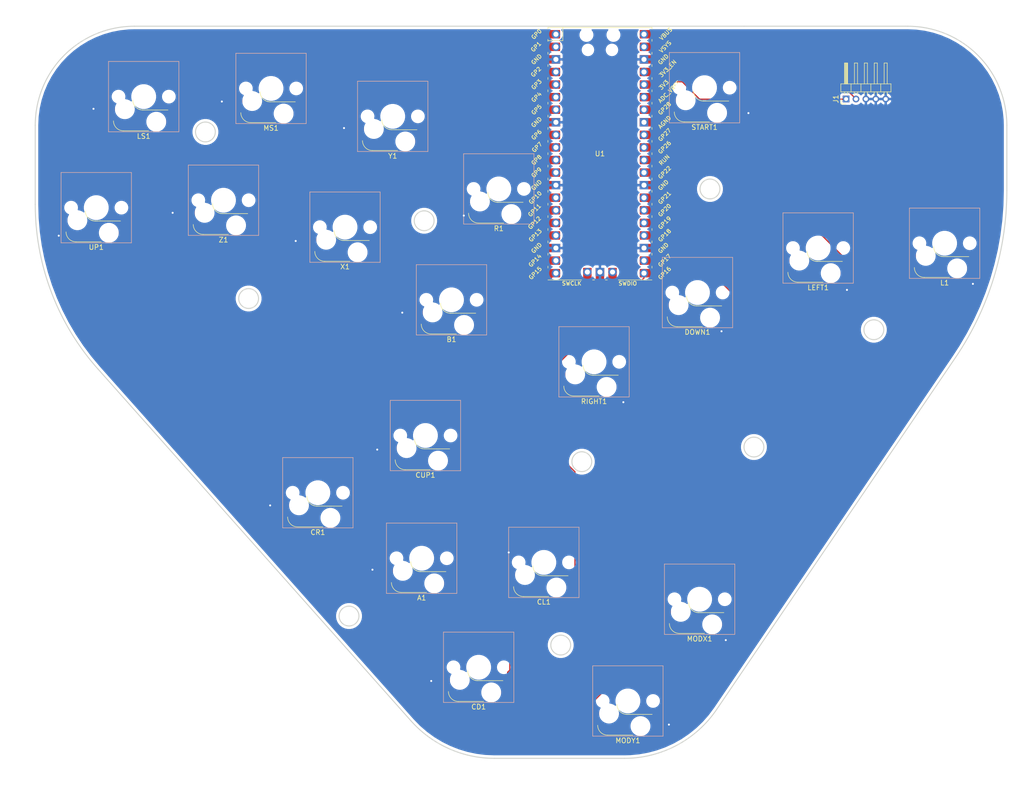
<source format=kicad_pcb>
(kicad_pcb (version 20171130) (host pcbnew "(5.1.12)-1")
  (layers (0 F.Cu signal) (31 B.Cu signal) (34 B.Paste user) (35 F.Paste user) (36 B.SilkS user) (37 F.SilkS user) (38 B.Mask user) (39 F.Mask user) (44 Edge.Cuts user))
  (net 0 "")
  (net 1 A)
  (net 2 GROUND)
  (net 3 B)
  (net 4 CD)
  (net 5 CL)
  (net 6 CR)
  (net 7 CUP)
  (net 8 DOWN)
  (net 9 L)
  (net 10 LEFT)
  (net 11 LS)
  (net 12 MODX)
  (net 13 MODY)
  (net 14 MS)
  (net 15 R)
  (net 16 RIGHT)
  (net 17 START)
  (net 18 "Net-(U1-Pad43)")
  (net 19 "Net-(U1-Pad41)")
  (net 20 "Net-(U1-Pad30)")
  (net 21 "Net-(U1-Pad32)")
  (net 22 "Net-(U1-Pad33)")
  (net 23 "Net-(U1-Pad35)")
  (net 24 "Net-(U1-Pad36)")
  (net 25 "Net-(U1-Pad37)")
  (net 26 "Net-(U1-Pad40)")
  (net 27 UP)
  (net 28 Z)
  (net 29 X)
  (net 30 Y)
  (net 31 "Net-(U1-Pad12)")
  (net 32 "Net-(U1-Pad11)")
  (net 33 "Net-(U1-Pad14)")
  (net 34 "Net-(U1-Pad26)")
  (net 35 GCC3.3)
  (net 36 GCCDATA)
  (module modules:PinHeader_1x05_P2.00mm_Horizontal (layer F.Cu) (at 193.0146 37.8206 90)
    (fp_text reference J1 (at 0 -2.06 90) (layer F.SilkS))
    (fp_text value Conn_01x05)
    (pad 5 thru_hole oval (at 0 8 90) (size 1.35 1.35) (drill 0.8) (layers *.Cu *.Mask) (net 2 GROUND))
    (pad 4 thru_hole oval (at 0 6 90) (size 1.35 1.35) (drill 0.8) (layers *.Cu *.Mask) (net 2 GROUND))
    (pad 3 thru_hole oval (at 0 4 90) (size 1.35 1.35) (drill 0.8) (layers *.Cu *.Mask) (net 2 GROUND))
    (pad 2 thru_hole oval (at 0 2 90) (size 1.35 1.35) (drill 0.8) (layers *.Cu *.Mask) (net 35 GCC3.3))
    (pad 1 thru_hole rect (at 0 0 90) (size 1.35 1.35) (drill 0.8) (layers *.Cu *.Mask) (net 36 GCCDATA))
  )
  (module MCU_RaspberryPi_and_Boards:RPi_Pico_SMD_TH (layer F.Cu) (at 143.3322 48.8696)
    (fp_text reference U1 (at 0 0) (layer F.SilkS))
    (fp_text value Pico)
    (fp_text user SWDIO (at 5.6 26.2) (layer F.SilkS) (effects (font (size 0.8 0.8))))
    (fp_text user SWCLK (at -5.7 26.2) (layer F.SilkS) (effects (font (size 0.8 0.8))))
    (fp_text user AGND (at 13.054 -6.35 45) (layer F.SilkS) (effects (font (size 0.8 0.8))))
    (fp_text user GND (at 12.8 -19.05 45) (layer F.SilkS) (effects (font (size 0.8 0.8))))
    (fp_text user GND (at 12.8 6.35 45) (layer F.SilkS) (effects (font (size 0.8 0.8))))
    (fp_text user GND (at 12.8 19.05 45) (layer F.SilkS) (effects (font (size 0.8 0.8))))
    (fp_text user GND (at -12.8 19.05 45) (layer F.SilkS) (effects (font (size 0.8 0.8))))
    (fp_text user GND (at -12.8 6.35 45) (layer F.SilkS) (effects (font (size 0.8 0.8))))
    (fp_text user GND (at -12.8 -6.35 45) (layer F.SilkS) (effects (font (size 0.8 0.8))))
    (fp_text user GND (at -12.8 -19.05 45) (layer F.SilkS) (effects (font (size 0.8 0.8))))
    (fp_text user VBUS (at 13.3 -24.2 45) (layer F.SilkS) (effects (font (size 0.8 0.8))))
    (fp_text user VSYS (at 13.2 -21.59 45) (layer F.SilkS) (effects (font (size 0.8 0.8))))
    (fp_text user 3V3_EN (at 13.7 -17.2 45) (layer F.SilkS) (effects (font (size 0.8 0.8))))
    (fp_text user 3V3 (at 12.9 -13.9 45) (layer F.SilkS) (effects (font (size 0.8 0.8))))
    (fp_text user ADC_VREF (at 14 -12.5 45) (layer F.SilkS) (effects (font (size 0.8 0.8))))
    (fp_text user GP28 (at 13.054 -9.144 45) (layer F.SilkS) (effects (font (size 0.8 0.8))))
    (fp_text user GP27 (at 13.054 -3.8 45) (layer F.SilkS) (effects (font (size 0.8 0.8))))
    (fp_text user GP26 (at 13.054 -1.27 45) (layer F.SilkS) (effects (font (size 0.8 0.8))))
    (fp_text user RUN (at 13 1.27 45) (layer F.SilkS) (effects (font (size 0.8 0.8))))
    (fp_text user GP22 (at 13.054 3.81 45) (layer F.SilkS) (effects (font (size 0.8 0.8))))
    (fp_text user GP21 (at 13.054 8.9 45) (layer F.SilkS) (effects (font (size 0.8 0.8))))
    (fp_text user GP20 (at 13.054 11.43 45) (layer F.SilkS) (effects (font (size 0.8 0.8))))
    (fp_text user GP19 (at 13.054 13.97 45) (layer F.SilkS) (effects (font (size 0.8 0.8))))
    (fp_text user GP18 (at 13.054 16.51 45) (layer F.SilkS) (effects (font (size 0.8 0.8))))
    (fp_text user GP17 (at 13.054 21.59 45) (layer F.SilkS) (effects (font (size 0.8 0.8))))
    (fp_text user GP16 (at 13.054 24.13 45) (layer F.SilkS) (effects (font (size 0.8 0.8))))
    (fp_text user GP15 (at -13.054 24.13 45) (layer F.SilkS) (effects (font (size 0.8 0.8))))
    (fp_text user GP14 (at -13.1 21.59 45) (layer F.SilkS) (effects (font (size 0.8 0.8))))
    (fp_text user GP13 (at -13.054 16.51 45) (layer F.SilkS) (effects (font (size 0.8 0.8))))
    (fp_text user GP12 (at -13.2 13.97 45) (layer F.SilkS) (effects (font (size 0.8 0.8))))
    (fp_text user GP11 (at -13.2 11.43 45) (layer F.SilkS) (effects (font (size 0.8 0.8))))
    (fp_text user GP10 (at -13.054 8.89 45) (layer F.SilkS) (effects (font (size 0.8 0.8))))
    (fp_text user GP9 (at -12.8 3.81 45) (layer F.SilkS) (effects (font (size 0.8 0.8))))
    (fp_text user GP8 (at -12.8 1.27 45) (layer F.SilkS) (effects (font (size 0.8 0.8))))
    (fp_text user GP7 (at -12.7 -1.3 45) (layer F.SilkS) (effects (font (size 0.8 0.8))))
    (fp_text user GP6 (at -12.8 -3.81 45) (layer F.SilkS) (effects (font (size 0.8 0.8))))
    (fp_text user GP5 (at -12.8 -8.89 45) (layer F.SilkS) (effects (font (size 0.8 0.8))))
    (fp_text user GP4 (at -12.8 -11.43 45) (layer F.SilkS) (effects (font (size 0.8 0.8))))
    (fp_text user GP3 (at -12.8 -13.97 45) (layer F.SilkS) (effects (font (size 0.8 0.8))))
    (fp_text user GP0 (at -12.8 -24.13 45) (layer F.SilkS) (effects (font (size 0.8 0.8))))
    (fp_text user GP2 (at -12.9 -16.51 45) (layer F.SilkS) (effects (font (size 0.8 0.8))))
    (fp_text user GP1 (at -12.9 -21.6 45) (layer F.SilkS) (effects (font (size 0.8 0.8))))
    (pad 43 thru_hole oval (at 2.54 23.9) (size 1.7 1.7) (drill 1.02) (layers *.Cu *.Mask) (net 18 "Net-(U1-Pad43)"))
    (pad 43 smd rect (at 2.54 23.9 90) (size 3.5 1.7) (drill (offset -0.9 0)) (layers F.Cu F.Mask) (net 18 "Net-(U1-Pad43)"))
    (pad 42 thru_hole rect (at 0 23.9) (size 1.7 1.7) (drill 1.02) (layers *.Cu *.Mask) (net 2 GROUND))
    (pad 42 smd rect (at 0 23.9 90) (size 3.5 1.7) (drill (offset -0.9 0)) (layers F.Cu F.Mask) (net 2 GROUND))
    (pad 41 thru_hole oval (at -2.54 23.9) (size 1.7 1.7) (drill 1.02) (layers *.Cu *.Mask) (net 19 "Net-(U1-Pad41)"))
    (pad 41 smd rect (at -2.54 23.9 90) (size 3.5 1.7) (drill (offset -0.9 0)) (layers F.Cu F.Mask) (net 19 "Net-(U1-Pad41)"))
    (pad "" np_thru_hole oval (at 2.425 -20.97) (size 1.5 1.5) (drill 1.5) (layers *.Cu *.Mask))
    (pad "" np_thru_hole oval (at -2.425 -20.97) (size 1.5 1.5) (drill 1.5) (layers *.Cu *.Mask))
    (pad "" np_thru_hole oval (at 2.725 -24) (size 1.8 1.8) (drill 1.8) (layers *.Cu *.Mask))
    (pad "" np_thru_hole oval (at -2.725 -24) (size 1.8 1.8) (drill 1.8) (layers *.Cu *.Mask))
    (pad 21 smd rect (at 8.89 24.13) (size 3.5 1.7) (drill (offset 0.9 0)) (layers F.Cu F.Mask) (net 16 RIGHT))
    (pad 22 smd rect (at 8.89 21.59) (size 3.5 1.7) (drill (offset 0.9 0)) (layers F.Cu F.Mask) (net 8 DOWN))
    (pad 23 smd rect (at 8.89 19.05) (size 3.5 1.7) (drill (offset 0.9 0)) (layers F.Cu F.Mask) (net 2 GROUND))
    (pad 24 smd rect (at 8.89 16.51) (size 3.5 1.7) (drill (offset 0.9 0)) (layers F.Cu F.Mask) (net 13 MODY))
    (pad 25 smd rect (at 8.89 13.97) (size 3.5 1.7) (drill (offset 0.9 0)) (layers F.Cu F.Mask) (net 12 MODX))
    (pad 26 smd rect (at 8.89 11.43) (size 3.5 1.7) (drill (offset 0.9 0)) (layers F.Cu F.Mask) (net 34 "Net-(U1-Pad26)"))
    (pad 27 smd rect (at 8.89 8.89) (size 3.5 1.7) (drill (offset 0.9 0)) (layers F.Cu F.Mask) (net 10 LEFT))
    (pad 28 smd rect (at 8.89 6.35) (size 3.5 1.7) (drill (offset 0.9 0)) (layers F.Cu F.Mask) (net 2 GROUND))
    (pad 29 smd rect (at 8.89 3.81) (size 3.5 1.7) (drill (offset 0.9 0)) (layers F.Cu F.Mask) (net 9 L))
    (pad 30 smd rect (at 8.89 1.27) (size 3.5 1.7) (drill (offset 0.9 0)) (layers F.Cu F.Mask) (net 20 "Net-(U1-Pad30)"))
    (pad 31 smd rect (at 8.89 -1.27) (size 3.5 1.7) (drill (offset 0.9 0)) (layers F.Cu F.Mask) (net 17 START))
    (pad 32 smd rect (at 8.89 -3.81) (size 3.5 1.7) (drill (offset 0.9 0)) (layers F.Cu F.Mask) (net 21 "Net-(U1-Pad32)"))
    (pad 33 smd rect (at 8.89 -6.35) (size 3.5 1.7) (drill (offset 0.9 0)) (layers F.Cu F.Mask) (net 22 "Net-(U1-Pad33)"))
    (pad 34 smd rect (at 8.89 -8.89) (size 3.5 1.7) (drill (offset 0.9 0)) (layers F.Cu F.Mask) (net 36 GCCDATA))
    (pad 35 smd rect (at 8.89 -11.43) (size 3.5 1.7) (drill (offset 0.9 0)) (layers F.Cu F.Mask) (net 23 "Net-(U1-Pad35)"))
    (pad 36 smd rect (at 8.89 -13.97) (size 3.5 1.7) (drill (offset 0.9 0)) (layers F.Cu F.Mask) (net 24 "Net-(U1-Pad36)"))
    (pad 37 smd rect (at 8.89 -16.51) (size 3.5 1.7) (drill (offset 0.9 0)) (layers F.Cu F.Mask) (net 25 "Net-(U1-Pad37)"))
    (pad 38 smd rect (at 8.89 -19.05) (size 3.5 1.7) (drill (offset 0.9 0)) (layers F.Cu F.Mask) (net 2 GROUND))
    (pad 39 smd rect (at 8.89 -21.59) (size 3.5 1.7) (drill (offset 0.9 0)) (layers F.Cu F.Mask) (net 35 GCC3.3))
    (pad 40 smd rect (at 8.89 -24.13) (size 3.5 1.7) (drill (offset 0.9 0)) (layers F.Cu F.Mask) (net 26 "Net-(U1-Pad40)"))
    (pad 20 smd rect (at -8.89 24.13) (size 3.5 1.7) (drill (offset -0.9 0)) (layers F.Cu F.Mask) (net 5 CL))
    (pad 19 smd rect (at -8.89 21.59) (size 3.5 1.7) (drill (offset -0.9 0)) (layers F.Cu F.Mask) (net 4 CD))
    (pad 18 smd rect (at -8.89 19.05) (size 3.5 1.7) (drill (offset -0.9 0)) (layers F.Cu F.Mask) (net 2 GROUND))
    (pad 17 smd rect (at -8.89 16.51) (size 3.5 1.7) (drill (offset -0.9 0)) (layers F.Cu F.Mask) (net 1 A))
    (pad 16 smd rect (at -8.89 13.97) (size 3.5 1.7) (drill (offset -0.9 0)) (layers F.Cu F.Mask) (net 7 CUP))
    (pad 15 smd rect (at -8.89 11.43) (size 3.5 1.7) (drill (offset -0.9 0)) (layers F.Cu F.Mask) (net 15 R))
    (pad 14 smd rect (at -8.89 8.89) (size 3.5 1.7) (drill (offset -0.9 0)) (layers F.Cu F.Mask) (net 33 "Net-(U1-Pad14)"))
    (pad 13 smd rect (at -8.89 6.35) (size 3.5 1.7) (drill (offset -0.9 0)) (layers F.Cu F.Mask) (net 2 GROUND))
    (pad 12 smd rect (at -8.89 3.81) (size 3.5 1.7) (drill (offset -0.9 0)) (layers F.Cu F.Mask) (net 31 "Net-(U1-Pad12)"))
    (pad 11 smd rect (at -8.89 1.27) (size 3.5 1.7) (drill (offset -0.9 0)) (layers F.Cu F.Mask) (net 32 "Net-(U1-Pad11)"))
    (pad 10 smd rect (at -8.89 -1.27) (size 3.5 1.7) (drill (offset -0.9 0)) (layers F.Cu F.Mask) (net 3 B))
    (pad 9 smd rect (at -8.89 -3.81) (size 3.5 1.7) (drill (offset -0.9 0)) (layers F.Cu F.Mask) (net 6 CR))
    (pad 8 smd rect (at -8.89 -6.35) (size 3.5 1.7) (drill (offset -0.9 0)) (layers F.Cu F.Mask) (net 2 GROUND))
    (pad 7 smd rect (at -8.89 -8.89) (size 3.5 1.7) (drill (offset -0.9 0)) (layers F.Cu F.Mask) (net 29 X))
    (pad 6 smd rect (at -8.89 -11.43) (size 3.5 1.7) (drill (offset -0.9 0)) (layers F.Cu F.Mask) (net 28 Z))
    (pad 5 smd rect (at -8.89 -13.97) (size 3.5 1.7) (drill (offset -0.9 0)) (layers F.Cu F.Mask) (net 27 UP))
    (pad 4 smd rect (at -8.89 -16.51) (size 3.5 1.7) (drill (offset -0.9 0)) (layers F.Cu F.Mask) (net 30 Y))
    (pad 3 smd rect (at -8.89 -19.05) (size 3.5 1.7) (drill (offset -0.9 0)) (layers F.Cu F.Mask) (net 2 GROUND))
    (pad 2 smd rect (at -8.89 -21.59) (size 3.5 1.7) (drill (offset -0.9 0)) (layers F.Cu F.Mask) (net 14 MS))
    (pad 1 smd rect (at -8.89 -24.13) (size 3.5 1.7) (drill (offset -0.9 0)) (layers F.Cu F.Mask) (net 11 LS))
    (pad 40 thru_hole oval (at 8.89 -24.13) (size 1.7 1.7) (drill 1.02) (layers *.Cu *.Mask) (net 26 "Net-(U1-Pad40)"))
    (pad 39 thru_hole oval (at 8.89 -21.59) (size 1.7 1.7) (drill 1.02) (layers *.Cu *.Mask) (net 35 GCC3.3))
    (pad 38 thru_hole rect (at 8.89 -19.05) (size 1.7 1.7) (drill 1.02) (layers *.Cu *.Mask) (net 2 GROUND))
    (pad 37 thru_hole oval (at 8.89 -16.51) (size 1.7 1.7) (drill 1.02) (layers *.Cu *.Mask) (net 25 "Net-(U1-Pad37)"))
    (pad 36 thru_hole oval (at 8.89 -13.97) (size 1.7 1.7) (drill 1.02) (layers *.Cu *.Mask) (net 24 "Net-(U1-Pad36)"))
    (pad 35 thru_hole oval (at 8.89 -11.43) (size 1.7 1.7) (drill 1.02) (layers *.Cu *.Mask) (net 23 "Net-(U1-Pad35)"))
    (pad 34 thru_hole oval (at 8.89 -8.89) (size 1.7 1.7) (drill 1.02) (layers *.Cu *.Mask) (net 36 GCCDATA))
    (pad 33 thru_hole rect (at 8.89 -6.35) (size 1.7 1.7) (drill 1.02) (layers *.Cu *.Mask) (net 22 "Net-(U1-Pad33)"))
    (pad 32 thru_hole oval (at 8.89 -3.81) (size 1.7 1.7) (drill 1.02) (layers *.Cu *.Mask) (net 21 "Net-(U1-Pad32)"))
    (pad 31 thru_hole oval (at 8.89 -1.27) (size 1.7 1.7) (drill 1.02) (layers *.Cu *.Mask) (net 17 START))
    (pad 30 thru_hole oval (at 8.89 1.27) (size 1.7 1.7) (drill 1.02) (layers *.Cu *.Mask) (net 20 "Net-(U1-Pad30)"))
    (pad 29 thru_hole oval (at 8.89 3.81) (size 1.7 1.7) (drill 1.02) (layers *.Cu *.Mask) (net 9 L))
    (pad 28 thru_hole rect (at 8.89 6.35) (size 1.7 1.7) (drill 1.02) (layers *.Cu *.Mask) (net 2 GROUND))
    (pad 27 thru_hole oval (at 8.89 8.89) (size 1.7 1.7) (drill 1.02) (layers *.Cu *.Mask) (net 10 LEFT))
    (pad 26 thru_hole oval (at 8.89 11.43) (size 1.7 1.7) (drill 1.02) (layers *.Cu *.Mask) (net 34 "Net-(U1-Pad26)"))
    (pad 25 thru_hole oval (at 8.89 13.97) (size 1.7 1.7) (drill 1.02) (layers *.Cu *.Mask) (net 12 MODX))
    (pad 24 thru_hole oval (at 8.89 16.51) (size 1.7 1.7) (drill 1.02) (layers *.Cu *.Mask) (net 13 MODY))
    (pad 23 thru_hole rect (at 8.89 19.05) (size 1.7 1.7) (drill 1.02) (layers *.Cu *.Mask) (net 2 GROUND))
    (pad 22 thru_hole oval (at 8.89 21.59) (size 1.7 1.7) (drill 1.02) (layers *.Cu *.Mask) (net 8 DOWN))
    (pad 21 thru_hole oval (at 8.89 24.13) (size 1.7 1.7) (drill 1.02) (layers *.Cu *.Mask) (net 16 RIGHT))
    (pad 20 thru_hole oval (at -8.89 24.13) (size 1.7 1.7) (drill 1.02) (layers *.Cu *.Mask) (net 5 CL))
    (pad 19 thru_hole oval (at -8.89 21.59) (size 1.7 1.7) (drill 1.02) (layers *.Cu *.Mask) (net 4 CD))
    (pad 18 thru_hole rect (at -8.89 19.05) (size 1.7 1.7) (drill 1.02) (layers *.Cu *.Mask) (net 2 GROUND))
    (pad 17 thru_hole oval (at -8.89 16.51) (size 1.7 1.7) (drill 1.02) (layers *.Cu *.Mask) (net 1 A))
    (pad 16 thru_hole oval (at -8.89 13.97) (size 1.7 1.7) (drill 1.02) (layers *.Cu *.Mask) (net 7 CUP))
    (pad 15 thru_hole oval (at -8.89 11.43) (size 1.7 1.7) (drill 1.02) (layers *.Cu *.Mask) (net 15 R))
    (pad 14 thru_hole oval (at -8.89 8.89) (size 1.7 1.7) (drill 1.02) (layers *.Cu *.Mask) (net 33 "Net-(U1-Pad14)"))
    (pad 13 thru_hole rect (at -8.89 6.35) (size 1.7 1.7) (drill 1.02) (layers *.Cu *.Mask) (net 2 GROUND))
    (pad 12 thru_hole oval (at -8.89 3.81) (size 1.7 1.7) (drill 1.02) (layers *.Cu *.Mask) (net 31 "Net-(U1-Pad12)"))
    (pad 11 thru_hole oval (at -8.89 1.27) (size 1.7 1.7) (drill 1.02) (layers *.Cu *.Mask) (net 32 "Net-(U1-Pad11)"))
    (pad 10 thru_hole oval (at -8.89 -1.27) (size 1.7 1.7) (drill 1.02) (layers *.Cu *.Mask) (net 3 B))
    (pad 9 thru_hole oval (at -8.89 -3.81) (size 1.7 1.7) (drill 1.02) (layers *.Cu *.Mask) (net 6 CR))
    (pad 8 thru_hole rect (at -8.89 -6.35) (size 1.7 1.7) (drill 1.02) (layers *.Cu *.Mask) (net 2 GROUND))
    (pad 7 thru_hole oval (at -8.89 -8.89) (size 1.7 1.7) (drill 1.02) (layers *.Cu *.Mask) (net 29 X))
    (pad 6 thru_hole oval (at -8.89 -11.43) (size 1.7 1.7) (drill 1.02) (layers *.Cu *.Mask) (net 28 Z))
    (pad 5 thru_hole oval (at -8.89 -13.97) (size 1.7 1.7) (drill 1.02) (layers *.Cu *.Mask) (net 27 UP))
    (pad 4 thru_hole oval (at -8.89 -16.51) (size 1.7 1.7) (drill 1.02) (layers *.Cu *.Mask) (net 30 Y))
    (pad 3 thru_hole rect (at -8.89 -19.05) (size 1.7 1.7) (drill 1.02) (layers *.Cu *.Mask) (net 2 GROUND))
    (pad 2 thru_hole oval (at -8.89 -21.59) (size 1.7 1.7) (drill 1.02) (layers *.Cu *.Mask) (net 14 MS))
    (pad 1 thru_hole oval (at -8.89 -24.13) (size 1.7 1.7) (drill 1.02) (layers *.Cu *.Mask) (net 11 LS))
  )
  (module hotswap:SW_Hotswap_Kailh (layer B.Cu) (at 101.4984 41.3258)
    (fp_text reference Y1 (at 0 8) (layer F.SilkS))
    (fp_text value SW_SPST)
    (pad 2 smd rect (at 5.842 5.08) (size 2.55 2.5) (layers F.Cu F.Paste F.Mask) (net 30 Y))
    (pad 1 smd rect (at -7.085 2.54) (size 2.55 2.5) (layers F.Cu F.Paste F.Mask) (net 2 GROUND))
    (pad "" np_thru_hole circle (at 5.08 0) (size 1.75 1.75) (drill 1.75) (layers *.Cu *.Mask))
    (pad "" np_thru_hole circle (at -5.08 0) (size 1.75 1.75) (drill 1.75) (layers *.Cu *.Mask))
    (pad "" np_thru_hole circle (at 0 0) (size 4 4) (drill 4) (layers *.Cu *.Mask))
    (pad "" np_thru_hole circle (at 2.54 5.08) (size 3 3) (drill 3) (layers *.Cu *.Mask))
    (pad "" np_thru_hole circle (at -3.81 2.54) (size 3 3) (drill 3) (layers *.Cu *.Mask))
  )
  (module hotswap:SW_Hotswap_Kailh (layer B.Cu) (at 108.1024 105.791)
    (fp_text reference CUP1 (at 0 8) (layer F.SilkS))
    (fp_text value SW_SPST)
    (pad 2 smd rect (at 5.842 5.08) (size 2.55 2.5) (layers F.Cu F.Paste F.Mask) (net 7 CUP))
    (pad 1 smd rect (at -7.085 2.54) (size 2.55 2.5) (layers F.Cu F.Paste F.Mask) (net 2 GROUND))
    (pad "" np_thru_hole circle (at 5.08 0) (size 1.75 1.75) (drill 1.75) (layers *.Cu *.Mask))
    (pad "" np_thru_hole circle (at -5.08 0) (size 1.75 1.75) (drill 1.75) (layers *.Cu *.Mask))
    (pad "" np_thru_hole circle (at 0 0) (size 4 4) (drill 4) (layers *.Cu *.Mask))
    (pad "" np_thru_hole circle (at 2.54 5.08) (size 3 3) (drill 3) (layers *.Cu *.Mask))
    (pad "" np_thru_hole circle (at -3.81 2.54) (size 3 3) (drill 3) (layers *.Cu *.Mask))
  )
  (module hotswap:SW_Hotswap_Kailh (layer B.Cu) (at 86.3854 117.348)
    (fp_text reference CR1 (at 0 8) (layer F.SilkS))
    (fp_text value SW_SPST)
    (pad 2 smd rect (at 5.842 5.08) (size 2.55 2.5) (layers F.Cu F.Paste F.Mask) (net 6 CR))
    (pad 1 smd rect (at -7.085 2.54) (size 2.55 2.5) (layers F.Cu F.Paste F.Mask) (net 2 GROUND))
    (pad "" np_thru_hole circle (at 5.08 0) (size 1.75 1.75) (drill 1.75) (layers *.Cu *.Mask))
    (pad "" np_thru_hole circle (at -5.08 0) (size 1.75 1.75) (drill 1.75) (layers *.Cu *.Mask))
    (pad "" np_thru_hole circle (at 0 0) (size 4 4) (drill 4) (layers *.Cu *.Mask))
    (pad "" np_thru_hole circle (at 2.54 5.08) (size 3 3) (drill 3) (layers *.Cu *.Mask))
    (pad "" np_thru_hole circle (at -3.81 2.54) (size 3 3) (drill 3) (layers *.Cu *.Mask))
  )
  (module hotswap:SW_Hotswap_Kailh (layer B.Cu) (at 132.0038 131.4196)
    (fp_text reference CL1 (at 0 8) (layer F.SilkS))
    (fp_text value SW_SPST)
    (pad 2 smd rect (at 5.842 5.08) (size 2.55 2.5) (layers F.Cu F.Paste F.Mask) (net 5 CL))
    (pad 1 smd rect (at -7.085 2.54) (size 2.55 2.5) (layers F.Cu F.Paste F.Mask) (net 2 GROUND))
    (pad "" np_thru_hole circle (at 5.08 0) (size 1.75 1.75) (drill 1.75) (layers *.Cu *.Mask))
    (pad "" np_thru_hole circle (at -5.08 0) (size 1.75 1.75) (drill 1.75) (layers *.Cu *.Mask))
    (pad "" np_thru_hole circle (at 0 0) (size 4 4) (drill 4) (layers *.Cu *.Mask))
    (pad "" np_thru_hole circle (at 2.54 5.08) (size 3 3) (drill 3) (layers *.Cu *.Mask))
    (pad "" np_thru_hole circle (at -3.81 2.54) (size 3 3) (drill 3) (layers *.Cu *.Mask))
  )
  (module hotswap:SW_Hotswap_Kailh (layer B.Cu) (at 118.8466 152.6032)
    (fp_text reference CD1 (at 0 8) (layer F.SilkS))
    (fp_text value SW_SPST)
    (pad 2 smd rect (at 5.842 5.08) (size 2.55 2.5) (layers F.Cu F.Paste F.Mask) (net 4 CD))
    (pad 1 smd rect (at -7.085 2.54) (size 2.55 2.5) (layers F.Cu F.Paste F.Mask) (net 2 GROUND))
    (pad "" np_thru_hole circle (at 5.08 0) (size 1.75 1.75) (drill 1.75) (layers *.Cu *.Mask))
    (pad "" np_thru_hole circle (at -5.08 0) (size 1.75 1.75) (drill 1.75) (layers *.Cu *.Mask))
    (pad "" np_thru_hole circle (at 0 0) (size 4 4) (drill 4) (layers *.Cu *.Mask))
    (pad "" np_thru_hole circle (at 2.54 5.08) (size 3 3) (drill 3) (layers *.Cu *.Mask))
    (pad "" np_thru_hole circle (at -3.81 2.54) (size 3 3) (drill 3) (layers *.Cu *.Mask))
  )
  (module hotswap:SW_Hotswap_Kailh (layer B.Cu) (at 113.3602 78.3844)
    (fp_text reference B1 (at 0 8) (layer F.SilkS))
    (fp_text value SW_SPST)
    (pad 2 smd rect (at 5.842 5.08) (size 2.55 2.5) (layers F.Cu F.Paste F.Mask) (net 3 B))
    (pad 1 smd rect (at -7.085 2.54) (size 2.55 2.5) (layers F.Cu F.Paste F.Mask) (net 2 GROUND))
    (pad "" np_thru_hole circle (at 5.08 0) (size 1.75 1.75) (drill 1.75) (layers *.Cu *.Mask))
    (pad "" np_thru_hole circle (at -5.08 0) (size 1.75 1.75) (drill 1.75) (layers *.Cu *.Mask))
    (pad "" np_thru_hole circle (at 0 0) (size 4 4) (drill 4) (layers *.Cu *.Mask))
    (pad "" np_thru_hole circle (at 2.54 5.08) (size 3 3) (drill 3) (layers *.Cu *.Mask))
    (pad "" np_thru_hole circle (at -3.81 2.54) (size 3 3) (drill 3) (layers *.Cu *.Mask))
  )
  (module hotswap:SW_Hotswap_Kailh (layer B.Cu) (at 107.3404 130.5814)
    (fp_text reference A1 (at 0 8) (layer F.SilkS))
    (fp_text value SW_SPST)
    (pad 2 smd rect (at 5.842 5.08) (size 2.55 2.5) (layers F.Cu F.Paste F.Mask) (net 1 A))
    (pad 1 smd rect (at -7.085 2.54) (size 2.55 2.5) (layers F.Cu F.Paste F.Mask) (net 2 GROUND))
    (pad "" np_thru_hole circle (at 5.08 0) (size 1.75 1.75) (drill 1.75) (layers *.Cu *.Mask))
    (pad "" np_thru_hole circle (at -5.08 0) (size 1.75 1.75) (drill 1.75) (layers *.Cu *.Mask))
    (pad "" np_thru_hole circle (at 0 0) (size 4 4) (drill 4) (layers *.Cu *.Mask))
    (pad "" np_thru_hole circle (at 2.54 5.08) (size 3 3) (drill 3) (layers *.Cu *.Mask))
    (pad "" np_thru_hole circle (at -3.81 2.54) (size 3 3) (drill 3) (layers *.Cu *.Mask))
  )
  (module hotswap:SW_Hotswap_Kailh (layer B.Cu) (at 67.3354 58.2676)
    (fp_text reference Z1 (at 0 8) (layer F.SilkS))
    (fp_text value SW_SPST)
    (pad 2 smd rect (at 5.842 5.08) (size 2.55 2.5) (layers F.Cu F.Paste F.Mask) (net 28 Z))
    (pad 1 smd rect (at -7.085 2.54) (size 2.55 2.5) (layers F.Cu F.Paste F.Mask) (net 2 GROUND))
    (pad "" np_thru_hole circle (at 5.08 0) (size 1.75 1.75) (drill 1.75) (layers *.Cu *.Mask))
    (pad "" np_thru_hole circle (at -5.08 0) (size 1.75 1.75) (drill 1.75) (layers *.Cu *.Mask))
    (pad "" np_thru_hole circle (at 0 0) (size 4 4) (drill 4) (layers *.Cu *.Mask))
    (pad "" np_thru_hole circle (at 2.54 5.08) (size 3 3) (drill 3) (layers *.Cu *.Mask))
    (pad "" np_thru_hole circle (at -3.81 2.54) (size 3 3) (drill 3) (layers *.Cu *.Mask))
  )
  (module hotswap:SW_Hotswap_Kailh (layer B.Cu) (at 91.8718 63.7032)
    (fp_text reference X1 (at 0 8) (layer F.SilkS))
    (fp_text value SW_SPST)
    (pad 2 smd rect (at 5.842 5.08) (size 2.55 2.5) (layers F.Cu F.Paste F.Mask) (net 29 X))
    (pad 1 smd rect (at -7.085 2.54) (size 2.55 2.5) (layers F.Cu F.Paste F.Mask) (net 2 GROUND))
    (pad "" np_thru_hole circle (at 5.08 0) (size 1.75 1.75) (drill 1.75) (layers *.Cu *.Mask))
    (pad "" np_thru_hole circle (at -5.08 0) (size 1.75 1.75) (drill 1.75) (layers *.Cu *.Mask))
    (pad "" np_thru_hole circle (at 0 0) (size 4 4) (drill 4) (layers *.Cu *.Mask))
    (pad "" np_thru_hole circle (at 2.54 5.08) (size 3 3) (drill 3) (layers *.Cu *.Mask))
    (pad "" np_thru_hole circle (at -3.81 2.54) (size 3 3) (drill 3) (layers *.Cu *.Mask))
  )
  (module hotswap:SW_Hotswap_Kailh (layer B.Cu) (at 41.656 59.7662)
    (fp_text reference UP1 (at 0 8) (layer F.SilkS))
    (fp_text value SW_SPST)
    (pad 2 smd rect (at 5.842 5.08) (size 2.55 2.5) (layers F.Cu F.Paste F.Mask) (net 27 UP))
    (pad 1 smd rect (at -7.085 2.54) (size 2.55 2.5) (layers F.Cu F.Paste F.Mask) (net 2 GROUND))
    (pad "" np_thru_hole circle (at 5.08 0) (size 1.75 1.75) (drill 1.75) (layers *.Cu *.Mask))
    (pad "" np_thru_hole circle (at -5.08 0) (size 1.75 1.75) (drill 1.75) (layers *.Cu *.Mask))
    (pad "" np_thru_hole circle (at 0 0) (size 4 4) (drill 4) (layers *.Cu *.Mask))
    (pad "" np_thru_hole circle (at 2.54 5.08) (size 3 3) (drill 3) (layers *.Cu *.Mask))
    (pad "" np_thru_hole circle (at -3.81 2.54) (size 3 3) (drill 3) (layers *.Cu *.Mask))
  )
  (module hotswap:SW_Hotswap_Kailh (layer B.Cu) (at 76.9366 35.687)
    (fp_text reference MS1 (at 0 8) (layer F.SilkS))
    (fp_text value SW_SPST)
    (pad 2 smd rect (at 5.842 5.08) (size 2.55 2.5) (layers F.Cu F.Paste F.Mask) (net 14 MS))
    (pad 1 smd rect (at -7.085 2.54) (size 2.55 2.5) (layers F.Cu F.Paste F.Mask) (net 2 GROUND))
    (pad "" np_thru_hole circle (at 5.08 0) (size 1.75 1.75) (drill 1.75) (layers *.Cu *.Mask))
    (pad "" np_thru_hole circle (at -5.08 0) (size 1.75 1.75) (drill 1.75) (layers *.Cu *.Mask))
    (pad "" np_thru_hole circle (at 0 0) (size 4 4) (drill 4) (layers *.Cu *.Mask))
    (pad "" np_thru_hole circle (at 2.54 5.08) (size 3 3) (drill 3) (layers *.Cu *.Mask))
    (pad "" np_thru_hole circle (at -3.81 2.54) (size 3 3) (drill 3) (layers *.Cu *.Mask))
  )
  (module hotswap:SW_Hotswap_Kailh (layer B.Cu) (at 122.9106 55.9816)
    (fp_text reference R1 (at 0 8) (layer F.SilkS))
    (fp_text value SW_SPST)
    (pad 2 smd rect (at 5.842 5.08) (size 2.55 2.5) (layers F.Cu F.Paste F.Mask) (net 15 R))
    (pad 1 smd rect (at -7.085 2.54) (size 2.55 2.5) (layers F.Cu F.Paste F.Mask) (net 2 GROUND))
    (pad "" np_thru_hole circle (at 5.08 0) (size 1.75 1.75) (drill 1.75) (layers *.Cu *.Mask))
    (pad "" np_thru_hole circle (at -5.08 0) (size 1.75 1.75) (drill 1.75) (layers *.Cu *.Mask))
    (pad "" np_thru_hole circle (at 0 0) (size 4 4) (drill 4) (layers *.Cu *.Mask))
    (pad "" np_thru_hole circle (at 2.54 5.08) (size 3 3) (drill 3) (layers *.Cu *.Mask))
    (pad "" np_thru_hole circle (at -3.81 2.54) (size 3 3) (drill 3) (layers *.Cu *.Mask))
  )
  (module hotswap:SW_Hotswap_Kailh (layer B.Cu) (at 51.2318 37.338)
    (fp_text reference LS1 (at 0 8) (layer F.SilkS))
    (fp_text value SW_SPST)
    (pad 2 smd rect (at 5.842 5.08) (size 2.55 2.5) (layers F.Cu F.Paste F.Mask) (net 11 LS))
    (pad 1 smd rect (at -7.085 2.54) (size 2.55 2.5) (layers F.Cu F.Paste F.Mask) (net 2 GROUND))
    (pad "" np_thru_hole circle (at 5.08 0) (size 1.75 1.75) (drill 1.75) (layers *.Cu *.Mask))
    (pad "" np_thru_hole circle (at -5.08 0) (size 1.75 1.75) (drill 1.75) (layers *.Cu *.Mask))
    (pad "" np_thru_hole circle (at 0 0) (size 4 4) (drill 4) (layers *.Cu *.Mask))
    (pad "" np_thru_hole circle (at 2.54 5.08) (size 3 3) (drill 3) (layers *.Cu *.Mask))
    (pad "" np_thru_hole circle (at -3.81 2.54) (size 3 3) (drill 3) (layers *.Cu *.Mask))
  )
  (module hotswap:SW_Hotswap_Kailh (layer B.Cu) (at 164.4396 35.5346)
    (fp_text reference START1 (at 0 8) (layer F.SilkS))
    (fp_text value SW_SPST)
    (pad 2 smd rect (at 5.842 5.08) (size 2.55 2.5) (layers F.Cu F.Paste F.Mask) (net 2 GROUND))
    (pad 1 smd rect (at -7.085 2.54) (size 2.55 2.5) (layers F.Cu F.Paste F.Mask) (net 17 START))
    (pad "" np_thru_hole circle (at 5.08 0) (size 1.75 1.75) (drill 1.75) (layers *.Cu *.Mask))
    (pad "" np_thru_hole circle (at -5.08 0) (size 1.75 1.75) (drill 1.75) (layers *.Cu *.Mask))
    (pad "" np_thru_hole circle (at 0 0) (size 4 4) (drill 4) (layers *.Cu *.Mask))
    (pad "" np_thru_hole circle (at 2.54 5.08) (size 3 3) (drill 3) (layers *.Cu *.Mask))
    (pad "" np_thru_hole circle (at -3.81 2.54) (size 3 3) (drill 3) (layers *.Cu *.Mask))
  )
  (module hotswap:SW_Hotswap_Kailh (layer B.Cu) (at 142.1384 90.9066)
    (fp_text reference RIGHT1 (at 0 8) (layer F.SilkS))
    (fp_text value SW_SPST)
    (pad 2 smd rect (at 5.842 5.08) (size 2.55 2.5) (layers F.Cu F.Paste F.Mask) (net 2 GROUND))
    (pad 1 smd rect (at -7.085 2.54) (size 2.55 2.5) (layers F.Cu F.Paste F.Mask) (net 16 RIGHT))
    (pad "" np_thru_hole circle (at 5.08 0) (size 1.75 1.75) (drill 1.75) (layers *.Cu *.Mask))
    (pad "" np_thru_hole circle (at -5.08 0) (size 1.75 1.75) (drill 1.75) (layers *.Cu *.Mask))
    (pad "" np_thru_hole circle (at 0 0) (size 4 4) (drill 4) (layers *.Cu *.Mask))
    (pad "" np_thru_hole circle (at 2.54 5.08) (size 3 3) (drill 3) (layers *.Cu *.Mask))
    (pad "" np_thru_hole circle (at -3.81 2.54) (size 3 3) (drill 3) (layers *.Cu *.Mask))
  )
  (module hotswap:SW_Hotswap_Kailh (layer B.Cu) (at 148.971 159.4104)
    (fp_text reference MODY1 (at 0 8) (layer F.SilkS))
    (fp_text value SW_SPST)
    (pad 2 smd rect (at 5.842 5.08) (size 2.55 2.5) (layers F.Cu F.Paste F.Mask) (net 2 GROUND))
    (pad 1 smd rect (at -7.085 2.54) (size 2.55 2.5) (layers F.Cu F.Paste F.Mask) (net 13 MODY))
    (pad "" np_thru_hole circle (at 5.08 0) (size 1.75 1.75) (drill 1.75) (layers *.Cu *.Mask))
    (pad "" np_thru_hole circle (at -5.08 0) (size 1.75 1.75) (drill 1.75) (layers *.Cu *.Mask))
    (pad "" np_thru_hole circle (at 0 0) (size 4 4) (drill 4) (layers *.Cu *.Mask))
    (pad "" np_thru_hole circle (at 2.54 5.08) (size 3 3) (drill 3) (layers *.Cu *.Mask))
    (pad "" np_thru_hole circle (at -3.81 2.54) (size 3 3) (drill 3) (layers *.Cu *.Mask))
  )
  (module hotswap:SW_Hotswap_Kailh (layer B.Cu) (at 163.449 138.8618)
    (fp_text reference MODX1 (at 0 8) (layer F.SilkS))
    (fp_text value SW_SPST)
    (pad 2 smd rect (at 5.842 5.08) (size 2.55 2.5) (layers F.Cu F.Paste F.Mask) (net 2 GROUND))
    (pad 1 smd rect (at -7.085 2.54) (size 2.55 2.5) (layers F.Cu F.Paste F.Mask) (net 12 MODX))
    (pad "" np_thru_hole circle (at 5.08 0) (size 1.75 1.75) (drill 1.75) (layers *.Cu *.Mask))
    (pad "" np_thru_hole circle (at -5.08 0) (size 1.75 1.75) (drill 1.75) (layers *.Cu *.Mask))
    (pad "" np_thru_hole circle (at 0 0) (size 4 4) (drill 4) (layers *.Cu *.Mask))
    (pad "" np_thru_hole circle (at 2.54 5.08) (size 3 3) (drill 3) (layers *.Cu *.Mask))
    (pad "" np_thru_hole circle (at -3.81 2.54) (size 3 3) (drill 3) (layers *.Cu *.Mask))
  )
  (module hotswap:SW_Hotswap_Kailh (layer B.Cu) (at 187.3758 67.9196)
    (fp_text reference LEFT1 (at 0 8) (layer F.SilkS))
    (fp_text value SW_SPST)
    (pad 2 smd rect (at 5.842 5.08) (size 2.55 2.5) (layers F.Cu F.Paste F.Mask) (net 2 GROUND))
    (pad 1 smd rect (at -7.085 2.54) (size 2.55 2.5) (layers F.Cu F.Paste F.Mask) (net 10 LEFT))
    (pad "" np_thru_hole circle (at 5.08 0) (size 1.75 1.75) (drill 1.75) (layers *.Cu *.Mask))
    (pad "" np_thru_hole circle (at -5.08 0) (size 1.75 1.75) (drill 1.75) (layers *.Cu *.Mask))
    (pad "" np_thru_hole circle (at 0 0) (size 4 4) (drill 4) (layers *.Cu *.Mask))
    (pad "" np_thru_hole circle (at 2.54 5.08) (size 3 3) (drill 3) (layers *.Cu *.Mask))
    (pad "" np_thru_hole circle (at -3.81 2.54) (size 3 3) (drill 3) (layers *.Cu *.Mask))
  )
  (module hotswap:SW_Hotswap_Kailh (layer B.Cu) (at 212.9028 66.9544)
    (fp_text reference L1 (at 0 8) (layer F.SilkS))
    (fp_text value SW_SPST)
    (pad 2 smd rect (at 5.842 5.08) (size 2.55 2.5) (layers F.Cu F.Paste F.Mask) (net 2 GROUND))
    (pad 1 smd rect (at -7.085 2.54) (size 2.55 2.5) (layers F.Cu F.Paste F.Mask) (net 9 L))
    (pad "" np_thru_hole circle (at 5.08 0) (size 1.75 1.75) (drill 1.75) (layers *.Cu *.Mask))
    (pad "" np_thru_hole circle (at -5.08 0) (size 1.75 1.75) (drill 1.75) (layers *.Cu *.Mask))
    (pad "" np_thru_hole circle (at 0 0) (size 4 4) (drill 4) (layers *.Cu *.Mask))
    (pad "" np_thru_hole circle (at 2.54 5.08) (size 3 3) (drill 3) (layers *.Cu *.Mask))
    (pad "" np_thru_hole circle (at -3.81 2.54) (size 3 3) (drill 3) (layers *.Cu *.Mask))
  )
  (module hotswap:SW_Hotswap_Kailh (layer B.Cu) (at 163.0172 76.9112)
    (fp_text reference DOWN1 (at 0 8) (layer F.SilkS))
    (fp_text value SW_SPST)
    (pad 2 smd rect (at 5.842 5.08) (size 2.55 2.5) (layers F.Cu F.Paste F.Mask) (net 2 GROUND))
    (pad 1 smd rect (at -7.085 2.54) (size 2.55 2.5) (layers F.Cu F.Paste F.Mask) (net 8 DOWN))
    (pad "" np_thru_hole circle (at 5.08 0) (size 1.75 1.75) (drill 1.75) (layers *.Cu *.Mask))
    (pad "" np_thru_hole circle (at -5.08 0) (size 1.75 1.75) (drill 1.75) (layers *.Cu *.Mask))
    (pad "" np_thru_hole circle (at 0 0) (size 4 4) (drill 4) (layers *.Cu *.Mask))
    (pad "" np_thru_hole circle (at 2.54 5.08) (size 3 3) (drill 3) (layers *.Cu *.Mask))
    (pad "" np_thru_hole circle (at -3.81 2.54) (size 3 3) (drill 3) (layers *.Cu *.Mask))
  )
  (gr_circle (center 92.679427 142.257127) (end 94.679427 142.257127) (layer Edge.Cuts) (width 0.2))
  (gr_line (start 49.339075 23.11876) (end 172.410817 23.11876) (layer Edge.Cuts) (width 0.2))
  (gr_circle (center 135.410818 148.11876) (end 137.410818 148.11876) (layer Edge.Cuts) (width 0.2))
  (gr_circle (center 165.5395 55.992457) (end 167.5395 55.992457) (layer Edge.Cuts) (width 0.2))
  (gr_circle (center 63.690516 44.474459) (end 65.690516 44.474459) (layer Edge.Cuts) (width 0.2))
  (gr_circle (center 198.619089 84.422344) (end 200.619089 84.422344) (layer Edge.Cuts) (width 0.2))
  (gr_circle (center 174.410819 108.118759) (end 176.410819 108.118759) (layer Edge.Cuts) (width 0.2))
  (gr_circle (center 107.846106 62.408803) (end 109.846106 62.408803) (layer Edge.Cuts) (width 0.2))
  (gr_circle (center 72.410817 78.11876) (end 74.410817 78.11876) (layer Edge.Cuts) (width 0.2))
  (gr_circle (center 139.671575 111.074146) (end 141.671575 111.074146) (layer Edge.Cuts) (width 0.2))
  (gr_arc (start 49.339075 43.11876) (end 49.339075 23.11876) (angle -90) (layer Edge.Cuts) (width 0.2))
  (gr_arc (start 205.467226 43.118761) (end 225.467226 43.118761) (angle -90) (layer Edge.Cuts) (width 0.2))
  (gr_arc (start 165.467226 56.333621) (end 215.123929 90.011683) (angle -34.1458198) (layer Edge.Cuts) (width 0.2))
  (gr_line (start 148.270287 170.998763) (end 122.021687 170.998763) (layer Edge.Cuts) (width 0.2))
  (gr_line (start 215.123929 90.011683) (end 166.89155 161.128036) (layer Edge.Cuts) (width 0.2))
  (gr_arc (start 148.270287 148.498763) (end 148.270287 170.998763) (angle -55.8541802) (layer Edge.Cuts) (width 0.2))
  (gr_line (start 29.339075 59.105306) (end 29.339075 43.11876) (layer Edge.Cuts) (width 0.2))
  (gr_arc (start 122.021687 148.498763) (end 105.2068 163.449) (angle -48.35947586) (layer Edge.Cuts) (width 0.2))
  (gr_line (start 172.410817 23.11876) (end 205.467226 23.11876) (layer Edge.Cuts) (width 0.2))
  (gr_arc (start 79.339075 59.105306) (end 29.339075 59.105306) (angle -41.64052414) (layer Edge.Cuts) (width 0.2))
  (gr_line (start 225.467226 43.118761) (end 225.467226 56.333621) (layer Edge.Cuts) (width 0.2))
  (gr_line (start 105.2068 163.449) (end 41.972659 92.328054) (layer Edge.Cuts) (width 0.2))
  (segment (start 122.86879 125.97501) (end 122.86879 113.65601) (width 0.25) (layer F.Cu) (net 1))
  (segment (start 113.1824 135.6614) (end 122.86879 125.97501) (width 0.25) (layer F.Cu) (net 1))
  (segment (start 122.86879 113.65601) (end 128.0414 108.4834) (width 0.25) (layer F.Cu) (net 1))
  (segment (start 132.897198 65.3796) (end 134.4422 65.3796) (width 0.25) (layer F.Cu) (net 1))
  (segment (start 128.0414 70.235398) (end 132.897198 65.3796) (width 0.25) (layer F.Cu) (net 1))
  (segment (start 128.0414 108.4834) (end 128.0414 70.235398) (width 0.25) (layer F.Cu) (net 1))
  (via (at 193.1924 76.3778) (size 0.8) (drill 0.4) (layers F.Cu B.Cu) (net 2))
  (via (at 218.6178 75.1586) (size 0.8) (drill 0.4) (layers F.Cu B.Cu) (net 2))
  (via (at 167.8686 84.7344) (size 0.8) (drill 0.4) (layers F.Cu B.Cu) (net 2))
  (via (at 148.0566 99.06) (size 0.8) (drill 0.4) (layers F.Cu B.Cu) (net 2))
  (via (at 168.7322 147.1168) (size 0.8) (drill 0.4) (layers F.Cu B.Cu) (net 2))
  (via (at 157.2514 164.1856) (size 0.8) (drill 0.4) (layers F.Cu B.Cu) (net 2))
  (via (at 109.2708 155.3718) (size 0.8) (drill 0.4) (layers F.Cu B.Cu) (net 2))
  (via (at 97.409 132.8928) (size 0.8) (drill 0.4) (layers F.Cu B.Cu) (net 2))
  (via (at 76.7588 119.9134) (size 0.8) (drill 0.4) (layers F.Cu B.Cu) (net 2))
  (via (at 98.3742 108.6358) (size 0.8) (drill 0.4) (layers F.Cu B.Cu) (net 2))
  (via (at 103.4288 80.9752) (size 0.8) (drill 0.4) (layers F.Cu B.Cu) (net 2))
  (via (at 81.915 66.4972) (size 0.8) (drill 0.4) (layers F.Cu B.Cu) (net 2))
  (via (at 57.0738 60.8076) (size 0.8) (drill 0.4) (layers F.Cu B.Cu) (net 2))
  (via (at 115.8494 61.3664) (size 0.8) (drill 0.4) (layers F.Cu B.Cu) (net 2))
  (via (at 91.6686 43.688) (size 0.8) (drill 0.4) (layers F.Cu B.Cu) (net 2))
  (via (at 67.0052 38.3286) (size 0.8) (drill 0.4) (layers F.Cu B.Cu) (net 2))
  (via (at 41.0972 39.8018) (size 0.8) (drill 0.4) (layers F.Cu B.Cu) (net 2))
  (via (at 34.0868 65.4304) (size 0.8) (drill 0.4) (layers F.Cu B.Cu) (net 2))
  (segment (start 44.0706 39.8018) (end 44.1468 39.878) (width 0.25) (layer F.Cu) (net 2))
  (segment (start 41.0972 39.8018) (end 44.0706 39.8018) (width 0.25) (layer F.Cu) (net 2))
  (segment (start 34.0868 62.7904) (end 34.571 62.3062) (width 0.25) (layer F.Cu) (net 2))
  (segment (start 34.0868 65.4304) (end 34.0868 62.7904) (width 0.25) (layer F.Cu) (net 2))
  (segment (start 57.0738 60.8076) (end 60.2504 60.8076) (width 0.25) (layer F.Cu) (net 2))
  (segment (start 84.5328 66.4972) (end 84.7868 66.2432) (width 0.25) (layer F.Cu) (net 2))
  (segment (start 81.915 66.4972) (end 84.5328 66.4972) (width 0.25) (layer F.Cu) (net 2))
  (segment (start 115.8494 58.5454) (end 115.8256 58.5216) (width 0.25) (layer F.Cu) (net 2))
  (segment (start 115.8494 61.3664) (end 115.8494 58.5454) (width 0.25) (layer F.Cu) (net 2))
  (segment (start 106.2244 80.9752) (end 106.2752 80.9244) (width 0.25) (layer F.Cu) (net 2))
  (segment (start 103.4288 80.9752) (end 106.2244 80.9752) (width 0.25) (layer F.Cu) (net 2))
  (segment (start 100.7126 108.6358) (end 101.0174 108.331) (width 0.25) (layer F.Cu) (net 2))
  (segment (start 98.3742 108.6358) (end 100.7126 108.6358) (width 0.25) (layer F.Cu) (net 2))
  (segment (start 79.275 119.9134) (end 79.3004 119.888) (width 0.25) (layer F.Cu) (net 2))
  (segment (start 76.7588 119.9134) (end 79.275 119.9134) (width 0.25) (layer F.Cu) (net 2))
  (segment (start 148.0566 96.0628) (end 147.9804 95.9866) (width 0.25) (layer F.Cu) (net 2))
  (segment (start 148.0566 99.06) (end 148.0566 96.0628) (width 0.25) (layer F.Cu) (net 2))
  (segment (start 100.0268 132.8928) (end 100.2554 133.1214) (width 0.25) (layer F.Cu) (net 2))
  (segment (start 97.409 132.8928) (end 100.0268 132.8928) (width 0.25) (layer F.Cu) (net 2))
  (segment (start 168.7322 144.5006) (end 169.291 143.9418) (width 0.25) (layer F.Cu) (net 2))
  (segment (start 168.7322 147.1168) (end 168.7322 144.5006) (width 0.25) (layer F.Cu) (net 2))
  (segment (start 155.1178 164.1856) (end 154.813 164.4904) (width 0.25) (layer F.Cu) (net 2))
  (segment (start 157.2514 164.1856) (end 155.1178 164.1856) (width 0.25) (layer F.Cu) (net 2))
  (segment (start 111.533 155.3718) (end 111.7616 155.1432) (width 0.25) (layer F.Cu) (net 2))
  (segment (start 109.2708 155.3718) (end 111.533 155.3718) (width 0.25) (layer F.Cu) (net 2))
  (segment (start 167.8686 82.9818) (end 168.8592 81.9912) (width 0.25) (layer F.Cu) (net 2))
  (segment (start 167.8686 84.7344) (end 167.8686 82.9818) (width 0.25) (layer F.Cu) (net 2))
  (segment (start 193.1924 73.025) (end 193.2178 72.9996) (width 0.25) (layer F.Cu) (net 2))
  (segment (start 193.1924 76.3778) (end 193.1924 73.025) (width 0.25) (layer F.Cu) (net 2))
  (segment (start 218.6178 72.1614) (end 218.7448 72.0344) (width 0.25) (layer F.Cu) (net 2))
  (segment (start 218.6178 75.1586) (end 218.6178 72.1614) (width 0.25) (layer F.Cu) (net 2))
  (via (at 173.3042 40.6654) (size 0.8) (drill 0.4) (layers F.Cu B.Cu) (net 2))
  (via (at 124.9172 129.413) (size 0.8) (drill 0.4) (layers F.Cu B.Cu) (net 2))
  (segment (start 170.3324 40.6654) (end 170.2816 40.6146) (width 0.25) (layer F.Cu) (net 2))
  (segment (start 173.3042 40.6654) (end 170.3324 40.6654) (width 0.25) (layer F.Cu) (net 2))
  (segment (start 124.9172 133.958) (end 124.9188 133.9596) (width 0.25) (layer F.Cu) (net 2))
  (segment (start 124.9172 129.413) (end 124.9172 133.958) (width 0.25) (layer F.Cu) (net 2))
  (segment (start 69.75 38.3286) (end 69.8516 38.227) (width 0.25) (layer F.Cu) (net 2))
  (segment (start 67.0052 38.3286) (end 69.75 38.3286) (width 0.25) (layer F.Cu) (net 2))
  (segment (start 94.2356 43.688) (end 94.4134 43.8658) (width 0.25) (layer F.Cu) (net 2))
  (segment (start 91.6686 43.688) (end 94.2356 43.688) (width 0.25) (layer F.Cu) (net 2))
  (segment (start 119.2022 83.4644) (end 122.4026 80.264) (width 0.25) (layer F.Cu) (net 3))
  (segment (start 122.4026 80.264) (end 122.4026 60.8584) (width 0.25) (layer F.Cu) (net 3))
  (segment (start 122.4026 60.8584) (end 126.0094 57.2516) (width 0.25) (layer F.Cu) (net 3))
  (segment (start 132.897198 47.5996) (end 134.4422 47.5996) (width 0.25) (layer F.Cu) (net 3))
  (segment (start 126.0094 54.487398) (end 132.897198 47.5996) (width 0.25) (layer F.Cu) (net 3))
  (segment (start 126.0094 57.2516) (end 126.0094 54.487398) (width 0.25) (layer F.Cu) (net 3))
  (segment (start 123.318799 135.469601) (end 123.318799 115.441201) (width 0.25) (layer F.Cu) (net 4))
  (segment (start 125.126601 137.277403) (end 123.318799 135.469601) (width 0.25) (layer F.Cu) (net 4))
  (segment (start 125.126601 153.179201) (end 125.126601 137.277403) (width 0.25) (layer F.Cu) (net 4))
  (segment (start 124.6886 153.617202) (end 125.126601 153.179201) (width 0.25) (layer F.Cu) (net 4))
  (segment (start 124.6886 157.6832) (end 124.6886 153.617202) (width 0.25) (layer F.Cu) (net 4))
  (segment (start 123.318799 115.441201) (end 130.0734 108.6866) (width 0.25) (layer F.Cu) (net 4))
  (segment (start 132.897198 70.4596) (end 134.4422 70.4596) (width 0.25) (layer F.Cu) (net 4))
  (segment (start 130.0734 73.283398) (end 132.897198 70.4596) (width 0.25) (layer F.Cu) (net 4))
  (segment (start 130.0734 108.6866) (end 130.0734 73.283398) (width 0.25) (layer F.Cu) (net 4))
  (segment (start 133.453399 108.284739) (end 133.453399 73.988401) (width 0.25) (layer F.Cu) (net 5))
  (segment (start 133.453399 73.988401) (end 134.4422 72.9996) (width 0.25) (layer F.Cu) (net 5))
  (segment (start 138.283801 113.115141) (end 133.453399 108.284739) (width 0.25) (layer F.Cu) (net 5))
  (segment (start 138.283801 136.061599) (end 138.283801 113.115141) (width 0.25) (layer F.Cu) (net 5))
  (segment (start 137.8458 136.4996) (end 138.283801 136.061599) (width 0.25) (layer F.Cu) (net 5))
  (segment (start 92.665401 121.989999) (end 96.424601 121.989999) (width 0.25) (layer F.Cu) (net 6))
  (segment (start 92.2274 122.428) (end 92.665401 121.989999) (width 0.25) (layer F.Cu) (net 6))
  (segment (start 96.424601 121.989999) (end 96.901 121.5136) (width 0.25) (layer F.Cu) (net 6))
  (segment (start 96.901 121.5136) (end 96.901 80.391) (width 0.25) (layer F.Cu) (net 6))
  (segment (start 96.901 80.391) (end 112.5982 64.6938) (width 0.25) (layer F.Cu) (net 6))
  (segment (start 112.5982 58.638998) (end 126.177598 45.0596) (width 0.25) (layer F.Cu) (net 6))
  (segment (start 126.177598 45.0596) (end 134.4422 45.0596) (width 0.25) (layer F.Cu) (net 6))
  (segment (start 112.5982 64.6938) (end 112.5982 58.638998) (width 0.25) (layer F.Cu) (net 6))
  (segment (start 113.9444 110.871) (end 126.3396 98.4758) (width 0.25) (layer F.Cu) (net 7))
  (segment (start 126.3396 98.4758) (end 126.3396 68.961) (width 0.25) (layer F.Cu) (net 7))
  (segment (start 132.461 62.8396) (end 134.4422 62.8396) (width 0.25) (layer F.Cu) (net 7))
  (segment (start 126.3396 68.961) (end 132.461 62.8396) (width 0.25) (layer F.Cu) (net 7))
  (segment (start 155.9322 72.624598) (end 153.767202 70.4596) (width 0.25) (layer F.Cu) (net 8))
  (segment (start 153.767202 70.4596) (end 152.2222 70.4596) (width 0.25) (layer F.Cu) (net 8))
  (segment (start 155.9322 79.4512) (end 155.9322 72.624598) (width 0.25) (layer F.Cu) (net 8))
  (segment (start 175.439798 52.6796) (end 152.2222 52.6796) (width 0.25) (layer F.Cu) (net 9))
  (segment (start 192.254598 69.4944) (end 175.439798 52.6796) (width 0.25) (layer F.Cu) (net 9))
  (segment (start 205.8178 69.4944) (end 192.254598 69.4944) (width 0.25) (layer F.Cu) (net 9))
  (segment (start 153.587199 59.124599) (end 152.2222 57.7596) (width 0.25) (layer F.Cu) (net 10))
  (segment (start 168.955799 59.124599) (end 153.587199 59.124599) (width 0.25) (layer F.Cu) (net 10))
  (segment (start 180.2908 70.4596) (end 168.955799 59.124599) (width 0.25) (layer F.Cu) (net 10))
  (segment (start 57.0738 42.418) (end 57.0738 39.4462) (width 0.25) (layer F.Cu) (net 11))
  (segment (start 71.7804 24.7396) (end 134.4422 24.7396) (width 0.25) (layer F.Cu) (net 11))
  (segment (start 57.0738 39.4462) (end 71.7804 24.7396) (width 0.25) (layer F.Cu) (net 11))
  (segment (start 156.438012 62.8396) (end 152.2222 62.8396) (width 0.25) (layer F.Cu) (net 12))
  (segment (start 170.909211 84.793999) (end 170.90921 77.310798) (width 0.25) (layer F.Cu) (net 12))
  (segment (start 156.364 99.33921) (end 170.909211 84.793999) (width 0.25) (layer F.Cu) (net 12))
  (segment (start 170.90921 77.310798) (end 156.438012 62.8396) (width 0.25) (layer F.Cu) (net 12))
  (segment (start 156.364 141.4018) (end 156.364 99.33921) (width 0.25) (layer F.Cu) (net 12))
  (segment (start 141.886 159.639398) (end 150.5966 150.928798) (width 0.25) (layer F.Cu) (net 13))
  (segment (start 141.886 161.9504) (end 141.886 159.639398) (width 0.25) (layer F.Cu) (net 13))
  (segment (start 150.5966 150.928798) (end 150.5966 104.4702) (width 0.25) (layer F.Cu) (net 13))
  (segment (start 158.341602 65.3796) (end 152.2222 65.3796) (width 0.25) (layer F.Cu) (net 13))
  (segment (start 170.459201 77.497199) (end 158.341602 65.3796) (width 0.25) (layer F.Cu) (net 13))
  (segment (start 170.459201 84.607599) (end 170.459201 77.497199) (width 0.25) (layer F.Cu) (net 13))
  (segment (start 150.5966 104.4702) (end 170.459201 84.607599) (width 0.25) (layer F.Cu) (net 13))
  (segment (start 94.766 27.2796) (end 134.4422 27.2796) (width 0.25) (layer F.Cu) (net 14))
  (segment (start 82.7786 39.267) (end 94.766 27.2796) (width 0.25) (layer F.Cu) (net 14))
  (segment (start 82.7786 40.767) (end 82.7786 39.267) (width 0.25) (layer F.Cu) (net 14))
  (segment (start 133.6802 61.0616) (end 134.4422 60.2996) (width 0.25) (layer F.Cu) (net 15))
  (segment (start 128.7526 61.0616) (end 133.6802 61.0616) (width 0.25) (layer F.Cu) (net 15))
  (segment (start 152.2222 73.966798) (end 152.2222 72.9996) (width 0.25) (layer F.Cu) (net 16))
  (segment (start 135.0534 91.135598) (end 152.2222 73.966798) (width 0.25) (layer F.Cu) (net 16))
  (segment (start 135.0534 93.4466) (end 135.0534 91.135598) (width 0.25) (layer F.Cu) (net 16))
  (segment (start 153.767202 47.5996) (end 152.2222 47.5996) (width 0.25) (layer F.Cu) (net 17))
  (segment (start 157.3546 44.012202) (end 153.767202 47.5996) (width 0.25) (layer F.Cu) (net 17))
  (segment (start 157.3546 38.0746) (end 157.3546 44.012202) (width 0.25) (layer F.Cu) (net 17))
  (segment (start 47.498 64.8462) (end 58.293 54.0512) (width 0.25) (layer F.Cu) (net 27))
  (segment (start 58.293 54.0512) (end 103.2764 54.0512) (width 0.25) (layer F.Cu) (net 27))
  (segment (start 122.428 34.8996) (end 134.4422 34.8996) (width 0.25) (layer F.Cu) (net 27))
  (segment (start 103.2764 54.0512) (end 122.428 34.8996) (width 0.25) (layer F.Cu) (net 27))
  (segment (start 82.023791 54.501209) (end 106.788791 54.501209) (width 0.25) (layer F.Cu) (net 28))
  (segment (start 73.1774 63.3476) (end 82.023791 54.501209) (width 0.25) (layer F.Cu) (net 28))
  (segment (start 123.8504 37.4396) (end 134.4422 37.4396) (width 0.25) (layer F.Cu) (net 28))
  (segment (start 106.788791 54.501209) (end 123.8504 37.4396) (width 0.25) (layer F.Cu) (net 28))
  (segment (start 97.7138 68.7832) (end 101.2698 65.2272) (width 0.25) (layer F.Cu) (net 29))
  (segment (start 101.2698 60.1218) (end 106.3498 55.0418) (width 0.25) (layer F.Cu) (net 29))
  (segment (start 101.2698 65.2272) (end 101.2698 60.1218) (width 0.25) (layer F.Cu) (net 29))
  (segment (start 106.3498 55.0418) (end 110.1598 55.0418) (width 0.25) (layer F.Cu) (net 29))
  (segment (start 125.222 39.9796) (end 134.4422 39.9796) (width 0.25) (layer F.Cu) (net 29))
  (segment (start 110.1598 55.0418) (end 125.222 39.9796) (width 0.25) (layer F.Cu) (net 29))
  (segment (start 121.3866 32.3596) (end 134.4422 32.3596) (width 0.25) (layer F.Cu) (net 30))
  (segment (start 107.3404 46.4058) (end 121.3866 32.3596) (width 0.25) (layer F.Cu) (net 30))
  (segment (start 184.4736 27.2796) (end 152.2222 27.2796) (width 0.25) (layer F.Cu) (net 35))
  (segment (start 195.0146 37.8206) (end 184.4736 27.2796) (width 0.25) (layer F.Cu) (net 35))
  (segment (start 153.767202 39.9796) (end 152.2222 39.9796) (width 0.25) (layer F.Cu) (net 36))
  (segment (start 155.197201 38.549601) (end 153.767202 39.9796) (width 0.25) (layer F.Cu) (net 36))
  (segment (start 157.984599 34.334599) (end 155.197201 37.121997) (width 0.25) (layer F.Cu) (net 36))
  (segment (start 159.935601 34.334599) (end 157.984599 34.334599) (width 0.25) (layer F.Cu) (net 36))
  (segment (start 163.460603 37.859601) (end 159.935601 34.334599) (width 0.25) (layer F.Cu) (net 36))
  (segment (start 155.197201 37.121997) (end 155.197201 38.549601) (width 0.25) (layer F.Cu) (net 36))
  (segment (start 192.975599 37.859601) (end 163.460603 37.859601) (width 0.25) (layer F.Cu) (net 36))
  (segment (start 193.0146 37.8206) (end 192.975599 37.859601) (width 0.25) (layer F.Cu) (net 36))
  (zone (net 2) (net_name GROUND) (layer B.Cu) (connect_pads (clearance 0.508)) (min_thickness 0.254) (fill yes (arc_segments 32) (thermal_gap 0.508) (thermal_bridge_width 0.508))
    (polygon (pts (xy 131.9022 21.209) (xy 217.932 21.8186) (xy 226.8474 28.448) (xy 228.9302 68.326) (xy 187.6298 149.0726) (xy 153.9494 176.276) (xy 118.1354 176.6062) (xy 99.5172 170.6118) (xy 27.7368 83.6168) (xy 22.225 52.3494) (xy 25.146 26.67) (xy 39.0906 18.8468)))
  )
)
</source>
